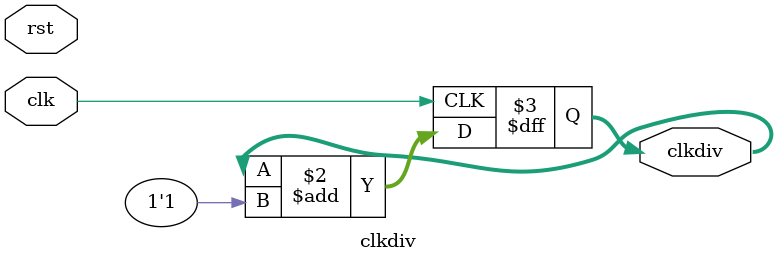
<source format=v>
`timescale 1ns / 1ps
module clkdiv(
		input clk,
		input rst,
		output reg[31:0]clkdiv
    );
	 
	 always @ (posedge clk) begin
		clkdiv <= clkdiv + 1'b1;
	end

endmodule

</source>
